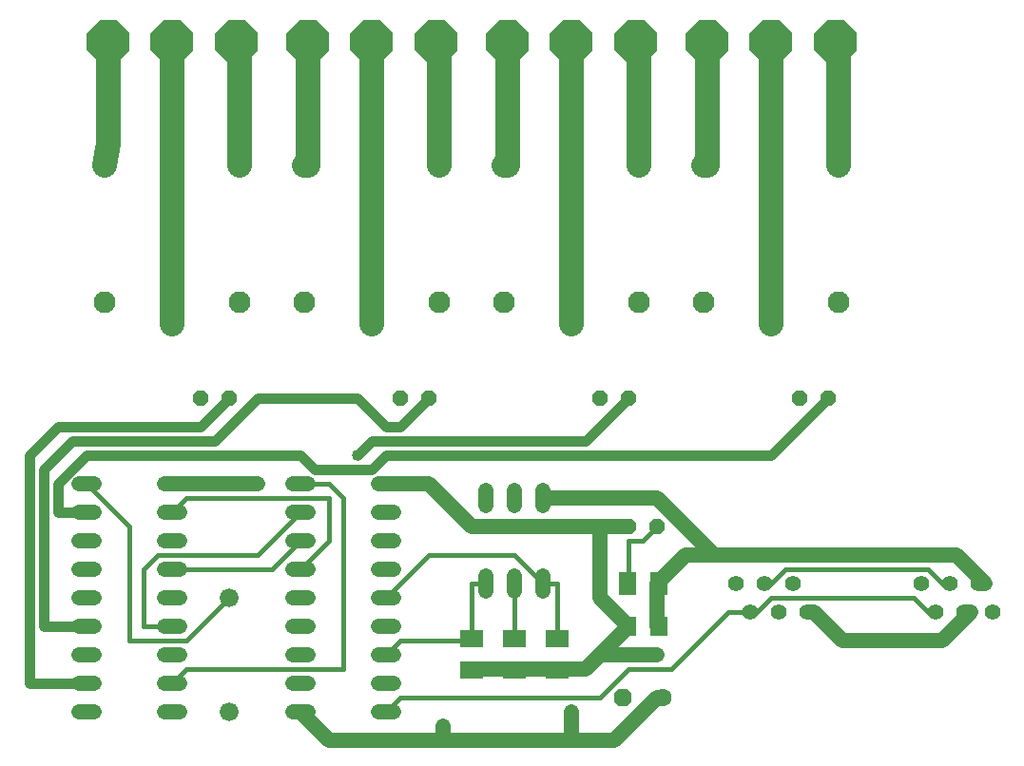
<source format=gbl>
G75*
G70*
%OFA0B0*%
%FSLAX24Y24*%
%IPPOS*%
%LPD*%
%AMOC8*
5,1,8,0,0,1.08239X$1,22.5*
%
%ADD10OC8,0.0520*%
%ADD11C,0.0554*%
%ADD12C,0.0520*%
%ADD13C,0.0660*%
%ADD14R,0.0630X0.0787*%
%ADD15R,0.0787X0.0630*%
%ADD16R,0.0630X0.0709*%
%ADD17OC8,0.0630*%
%ADD18C,0.0630*%
%ADD19C,0.0768*%
%ADD20OC8,0.1500*%
%ADD21C,0.0540*%
%ADD22C,0.0400*%
%ADD23C,0.0360*%
%ADD24C,0.0180*%
%ADD25C,0.0860*%
D10*
X009600Y013204D03*
X010600Y013204D03*
X016600Y013204D03*
X017600Y013204D03*
X023600Y013204D03*
X024600Y013204D03*
X024600Y008704D03*
X025600Y008704D03*
X030600Y013204D03*
X031600Y013204D03*
D11*
X030350Y006704D03*
X029350Y006704D03*
X028350Y006704D03*
X028850Y005704D03*
X029850Y005704D03*
X030850Y005704D03*
X034850Y006704D03*
X035850Y006704D03*
X036850Y006704D03*
X036350Y005704D03*
X037350Y005704D03*
X035350Y005704D03*
D12*
X021600Y006444D02*
X021600Y006964D01*
X020600Y006964D02*
X020600Y006444D01*
X019600Y006444D02*
X019600Y006964D01*
X019600Y009444D02*
X019600Y009964D01*
X020600Y009964D02*
X020600Y009444D01*
X021600Y009444D02*
X021600Y009964D01*
X016360Y010204D02*
X015840Y010204D01*
X015840Y009204D02*
X016360Y009204D01*
X016360Y008204D02*
X015840Y008204D01*
X015840Y007204D02*
X016360Y007204D01*
X016360Y006204D02*
X015840Y006204D01*
X015840Y005204D02*
X016360Y005204D01*
X016360Y004204D02*
X015840Y004204D01*
X015840Y003204D02*
X016360Y003204D01*
X016360Y002204D02*
X015840Y002204D01*
X013360Y002204D02*
X012840Y002204D01*
X012840Y003204D02*
X013360Y003204D01*
X013360Y004204D02*
X012840Y004204D01*
X012840Y005204D02*
X013360Y005204D01*
X013360Y006204D02*
X012840Y006204D01*
X012840Y007204D02*
X013360Y007204D01*
X013360Y008204D02*
X012840Y008204D01*
X012840Y009204D02*
X013360Y009204D01*
X013360Y010204D02*
X012840Y010204D01*
X008860Y010204D02*
X008340Y010204D01*
X008340Y009204D02*
X008860Y009204D01*
X008860Y008204D02*
X008340Y008204D01*
X008340Y007204D02*
X008860Y007204D01*
X008860Y006204D02*
X008340Y006204D01*
X008340Y005204D02*
X008860Y005204D01*
X008860Y004204D02*
X008340Y004204D01*
X008340Y003204D02*
X008860Y003204D01*
X008860Y002204D02*
X008340Y002204D01*
X005860Y002204D02*
X005340Y002204D01*
X005340Y003204D02*
X005860Y003204D01*
X005860Y004204D02*
X005340Y004204D01*
X005340Y005204D02*
X005860Y005204D01*
X005860Y006204D02*
X005340Y006204D01*
X005340Y007204D02*
X005860Y007204D01*
X005860Y008204D02*
X005340Y008204D01*
X005340Y009204D02*
X005860Y009204D01*
X005860Y010204D02*
X005340Y010204D01*
D13*
X010600Y006204D03*
X010600Y002204D03*
D14*
X024549Y006704D03*
X025651Y006704D03*
D15*
X022100Y004755D03*
X022100Y003653D03*
X020600Y003653D03*
X020600Y004755D03*
X019100Y004755D03*
X019100Y003653D03*
D16*
X024549Y005204D03*
X025651Y005204D03*
D17*
X024400Y002704D03*
D18*
X025800Y002704D03*
D19*
X022600Y015779D03*
X024962Y016566D03*
X027238Y016566D03*
X029600Y015779D03*
X031962Y016566D03*
X031962Y021369D03*
X027238Y021369D03*
X024962Y021369D03*
X020238Y021369D03*
X017962Y021369D03*
X013238Y021369D03*
X010962Y021369D03*
X006238Y021369D03*
X006238Y016566D03*
X008600Y015779D03*
X010962Y016566D03*
X013238Y016566D03*
X015600Y015779D03*
X017962Y016566D03*
X020238Y016566D03*
D20*
X020350Y025704D03*
X022600Y025704D03*
X024850Y025704D03*
X027350Y025704D03*
X029600Y025704D03*
X031850Y025704D03*
X017850Y025704D03*
X015600Y025704D03*
X013350Y025704D03*
X010850Y025704D03*
X008600Y025704D03*
X006350Y025704D03*
D21*
X008600Y010204D02*
X011600Y010204D01*
X016100Y010204D02*
X017600Y010204D01*
X019100Y008704D01*
X023600Y008704D01*
X024600Y008704D01*
X023600Y008704D02*
X023600Y006204D01*
X024600Y005204D01*
X024549Y005204D01*
X024600Y005204D02*
X023600Y004204D01*
X025600Y004204D01*
X025600Y005204D02*
X025651Y005204D01*
X025600Y005204D02*
X025600Y006704D01*
X025651Y006704D01*
X025600Y006704D02*
X026600Y007704D01*
X027600Y007704D01*
X025600Y009704D01*
X021600Y009704D01*
X027600Y007704D02*
X036100Y007704D01*
X037100Y006704D01*
X036850Y006704D01*
X036600Y005704D02*
X036350Y005704D01*
X036600Y005704D02*
X035600Y004704D01*
X032100Y004704D01*
X031100Y005704D01*
X030850Y005704D01*
X025800Y002704D02*
X025600Y002704D01*
X024100Y001204D01*
X022600Y001204D01*
X022600Y002204D01*
X022600Y001204D02*
X018100Y001204D01*
X018100Y001704D01*
X018100Y001204D02*
X014100Y001204D01*
X013100Y002204D01*
X019100Y003653D02*
X019100Y003704D01*
X020600Y003704D01*
X020600Y003653D01*
X020600Y003704D02*
X022100Y003704D01*
X022100Y003653D01*
X022100Y003704D02*
X023100Y003704D01*
X023600Y004204D01*
D22*
X025600Y004204D03*
X022600Y002204D03*
X018100Y001704D03*
X011600Y010204D03*
X015100Y011204D03*
D23*
X005600Y003204D02*
X003600Y003204D01*
X003600Y011204D01*
X004600Y012204D01*
X009600Y012204D01*
X010600Y013204D01*
X011600Y013204D02*
X010100Y011704D01*
X005100Y011704D01*
X004100Y010704D01*
X004100Y005204D01*
X005600Y005204D01*
X005600Y009204D02*
X004600Y009204D01*
X004600Y010204D01*
X005600Y011204D01*
X013100Y011204D01*
X013600Y010704D01*
X015600Y010704D01*
X016100Y011204D01*
X029600Y011204D01*
X031600Y013204D01*
X024600Y013204D02*
X023100Y011704D01*
X015600Y011704D01*
X015100Y011204D01*
X016100Y012204D02*
X015100Y013204D01*
X011600Y013204D01*
X016100Y012204D02*
X016600Y012204D01*
X017600Y013204D01*
D24*
X014600Y009704D02*
X014100Y010204D01*
X013100Y010204D01*
X014100Y009704D02*
X009100Y009704D01*
X008600Y009204D01*
X007100Y008704D02*
X007100Y004704D01*
X009100Y004704D01*
X010600Y006204D01*
X012100Y007204D02*
X008600Y007204D01*
X008100Y007704D02*
X007600Y007204D01*
X007600Y005204D01*
X008600Y005204D01*
X009100Y003704D02*
X008600Y003204D01*
X009100Y003704D02*
X014600Y003704D01*
X014600Y009704D01*
X014100Y009704D02*
X014100Y008204D01*
X013100Y007204D01*
X012100Y007204D02*
X013100Y008204D01*
X013100Y009204D02*
X011600Y007704D01*
X008100Y007704D01*
X007100Y008704D02*
X005600Y010204D01*
X016100Y006204D02*
X017600Y007704D01*
X020600Y007704D01*
X021600Y006704D01*
X022100Y006704D01*
X022100Y004755D01*
X022100Y004704D01*
X020600Y004704D02*
X020600Y004755D01*
X020600Y006704D01*
X019600Y006704D02*
X019100Y006704D01*
X019100Y004755D01*
X019100Y004704D01*
X016600Y004704D01*
X016100Y004204D01*
X016600Y002704D02*
X023600Y002704D01*
X024600Y003704D01*
X026100Y003704D01*
X028100Y005704D01*
X028850Y005704D01*
X029100Y005704D01*
X029600Y006204D01*
X034600Y006204D01*
X035100Y005704D01*
X035350Y005704D01*
X035600Y006704D02*
X035850Y006704D01*
X035600Y006704D02*
X035100Y007204D01*
X030100Y007204D01*
X029600Y006704D01*
X029350Y006704D01*
X025600Y008704D02*
X025100Y008204D01*
X024600Y008204D01*
X024600Y006704D01*
X024549Y006704D01*
X016600Y002704D02*
X016100Y002204D01*
D25*
X015600Y015779D02*
X015600Y025704D01*
X013350Y025704D02*
X013350Y021369D01*
X013238Y021369D01*
X010962Y021369D02*
X010962Y025704D01*
X010850Y025704D01*
X008600Y025704D02*
X008600Y015779D01*
X006238Y021369D02*
X006350Y022119D01*
X006350Y025704D01*
X017850Y025704D02*
X017962Y025704D01*
X017962Y021369D01*
X020238Y021369D02*
X020350Y021369D01*
X020350Y025704D01*
X022600Y025704D02*
X022600Y015779D01*
X029600Y015779D02*
X029600Y025704D01*
X027350Y025704D02*
X027350Y021369D01*
X027238Y021369D01*
X024962Y021369D02*
X024962Y025704D01*
X024850Y025704D01*
X031850Y025704D02*
X031962Y025704D01*
X031962Y021369D01*
M02*

</source>
